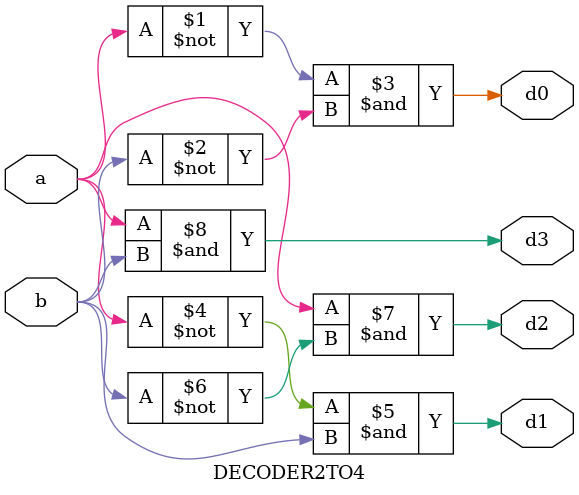
<source format=v>
module DECODER2TO4(
  input wire a,
  input wire b,
  output wire d0,
  output wire d1,
  output wire d2,
  output wire d3
);
  assign d0 = ~a & ~b;
  assign d1 = ~a & b;
  assign d2 = a & ~b;
  assign d3 = a & b;
endmodule

</source>
